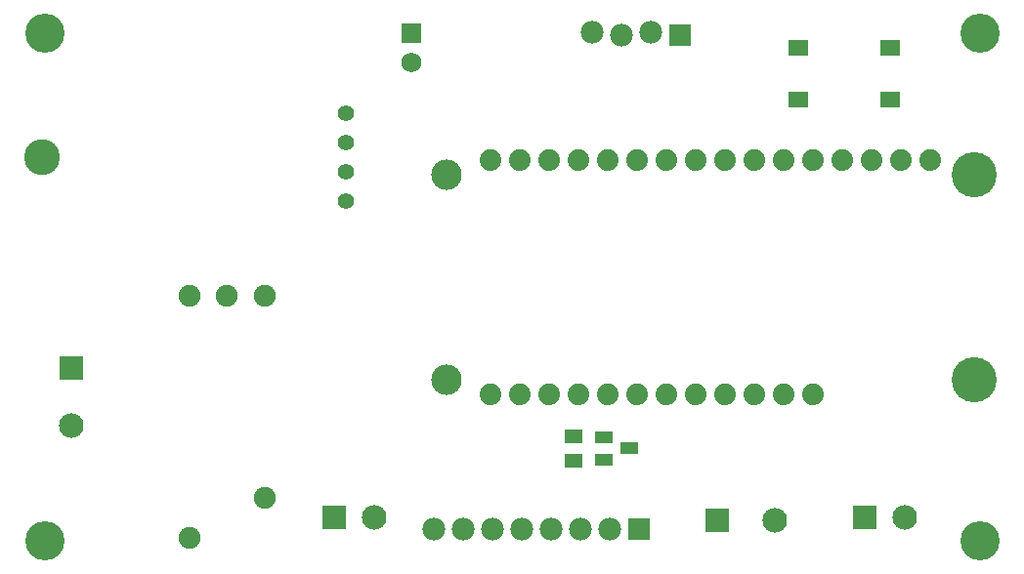
<source format=gts>
G75*
G70*
%OFA0B0*%
%FSLAX24Y24*%
%IPPOS*%
%LPD*%
%AMOC8*
5,1,8,0,0,1.08239X$1,22.5*
%
%ADD10C,0.1339*%
%ADD11C,0.0749*%
%ADD12R,0.0840X0.0840*%
%ADD13C,0.0840*%
%ADD14C,0.1040*%
%ADD15C,0.1540*%
%ADD16C,0.0740*%
%ADD17C,0.0555*%
%ADD18C,0.1221*%
%ADD19R,0.0780X0.0780*%
%ADD20C,0.0780*%
%ADD21R,0.0591X0.0434*%
%ADD22R,0.0631X0.0473*%
%ADD23C,0.0690*%
%ADD24R,0.0690X0.0690*%
%ADD25R,0.0650X0.0552*%
D10*
X001725Y001725D03*
X033615Y001725D03*
X001725Y019048D03*
X033615Y019048D03*
D11*
X009205Y010091D03*
X007926Y010091D03*
X006646Y010091D03*
X009205Y003201D03*
X006646Y001823D03*
D12*
X002611Y007630D03*
X024658Y002414D03*
X029678Y002512D03*
X011567Y002512D03*
D13*
X002611Y005662D03*
X026626Y002414D03*
X031056Y002512D03*
X012945Y002512D03*
D14*
X015402Y007209D03*
X015402Y014209D03*
D15*
X033402Y007209D03*
X033402Y014209D03*
D16*
X027902Y006709D03*
X026902Y006709D03*
X025902Y006709D03*
X024902Y006709D03*
X023902Y006709D03*
X022902Y006709D03*
X021902Y006709D03*
X020902Y006709D03*
X019902Y006709D03*
X018902Y006709D03*
X017902Y006709D03*
X016902Y006709D03*
X027902Y014709D03*
X026902Y014709D03*
X025902Y014709D03*
X024902Y014709D03*
X023902Y014709D03*
X022902Y014709D03*
X021902Y014709D03*
X020902Y014709D03*
X019902Y014709D03*
X018902Y014709D03*
X017902Y014709D03*
X016902Y014709D03*
X028902Y014709D03*
X029902Y014709D03*
X030902Y014709D03*
X031902Y014709D03*
D17*
X011985Y013315D03*
X011985Y014315D03*
X011985Y015315D03*
X011985Y016315D03*
D18*
X001626Y014815D03*
D19*
X022000Y002119D03*
X023378Y018998D03*
D20*
X021000Y002119D03*
X020000Y002119D03*
X019000Y002119D03*
X018000Y002119D03*
X017000Y002119D03*
X016000Y002119D03*
X015000Y002119D03*
X022378Y019098D03*
X021378Y018998D03*
X020378Y019098D03*
D21*
X021646Y004874D03*
X020780Y004500D03*
X020780Y005248D03*
D22*
X019737Y005288D03*
X019737Y004461D03*
D23*
X014225Y018056D03*
D24*
X014225Y019056D03*
D25*
X027424Y016784D03*
X030554Y016784D03*
X027424Y018556D03*
X030554Y018556D03*
M02*

</source>
